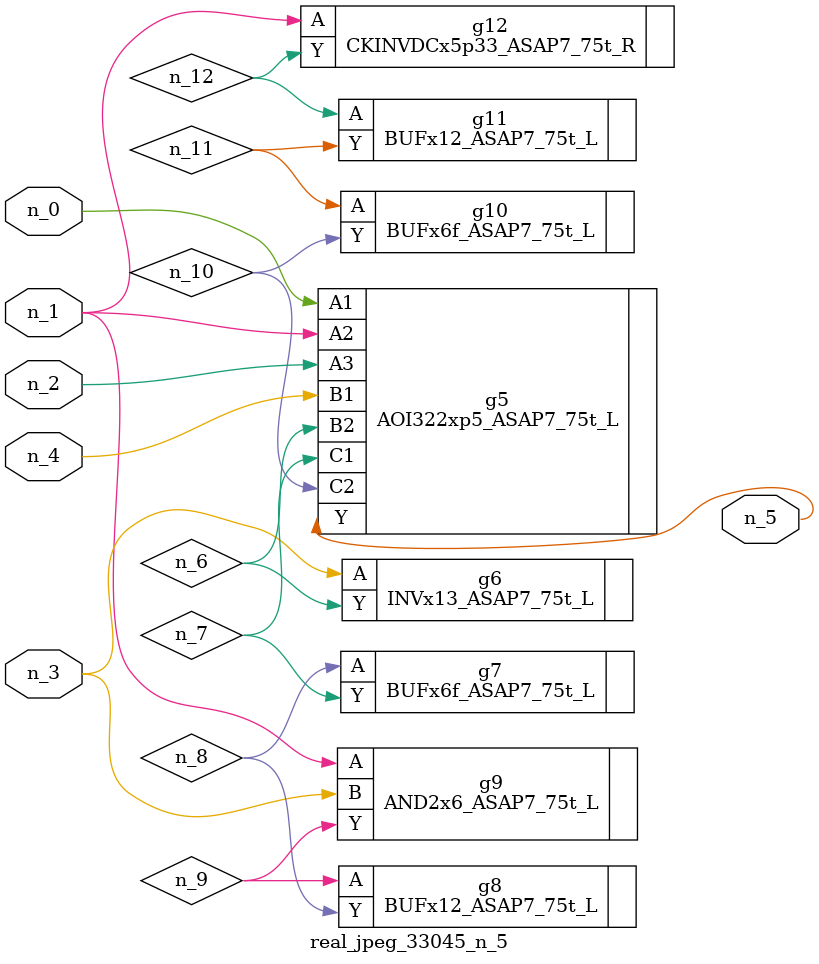
<source format=v>
module real_jpeg_33045_n_5 (n_4, n_0, n_1, n_2, n_3, n_5);

input n_4;
input n_0;
input n_1;
input n_2;
input n_3;

output n_5;

wire n_12;
wire n_8;
wire n_11;
wire n_6;
wire n_7;
wire n_10;
wire n_9;

AOI322xp5_ASAP7_75t_L g5 ( 
.A1(n_0),
.A2(n_1),
.A3(n_2),
.B1(n_4),
.B2(n_6),
.C1(n_7),
.C2(n_10),
.Y(n_5)
);

AND2x6_ASAP7_75t_L g9 ( 
.A(n_1),
.B(n_3),
.Y(n_9)
);

CKINVDCx5p33_ASAP7_75t_R g12 ( 
.A(n_1),
.Y(n_12)
);

INVx13_ASAP7_75t_L g6 ( 
.A(n_3),
.Y(n_6)
);

BUFx6f_ASAP7_75t_L g7 ( 
.A(n_8),
.Y(n_7)
);

BUFx12_ASAP7_75t_L g8 ( 
.A(n_9),
.Y(n_8)
);

BUFx6f_ASAP7_75t_L g10 ( 
.A(n_11),
.Y(n_10)
);

BUFx12_ASAP7_75t_L g11 ( 
.A(n_12),
.Y(n_11)
);


endmodule
</source>
